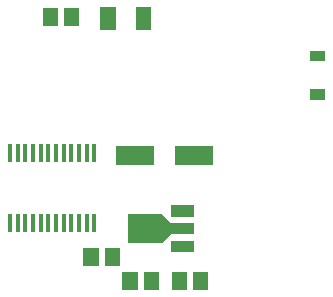
<source format=gbr>
G04 start of page 10 for group -4015 idx -4015 *
G04 Title: (unknown), toppaste *
G04 Creator: pcb 20140316 *
G04 CreationDate: Tue 10 May 2016 09:21:36 AM GMT UTC *
G04 For: ndholmes *
G04 Format: Gerber/RS-274X *
G04 PCB-Dimensions (mil): 2220.00 1040.00 *
G04 PCB-Coordinate-Origin: lower left *
%MOIN*%
%FSLAX25Y25*%
%LNTOPPASTE*%
%ADD82R,0.0130X0.0130*%
%ADD81C,0.0001*%
%ADD80R,0.0945X0.0945*%
%ADD79R,0.0378X0.0378*%
%ADD78R,0.0630X0.0630*%
%ADD77R,0.0360X0.0360*%
%ADD76R,0.0512X0.0512*%
G54D76*X124405Y98181D02*Y95819D01*
X112595Y98181D02*Y95819D01*
G54D77*X181900Y71600D02*X183100D01*
X181900Y84500D02*X183100D01*
G54D78*X118508Y51500D02*X124807D01*
X138193D02*X144492D01*
G54D79*X135395Y21094D02*X139489D01*
X127679Y27000D02*X139489D01*
G54D80*X124055D02*X125945D01*
G54D81*G36*
X129250Y23695D02*X132090Y26535D01*
X133510Y25115D01*
X130670Y22275D01*
X129250Y23695D01*
G37*
G36*
X130670Y31725D02*X133510Y28885D01*
X132090Y27465D01*
X129250Y30305D01*
X130670Y31725D01*
G37*
G54D79*X135395Y32906D02*X139489D01*
G54D76*X93457Y97893D02*Y97107D01*
X100543Y97893D02*Y97107D01*
G54D82*X108074Y54417D02*Y49811D01*
X105515Y54417D02*Y49811D01*
X102956Y54417D02*Y49811D01*
X100397Y54417D02*Y49811D01*
X97838Y54417D02*Y49811D01*
X95279Y54417D02*Y49811D01*
X92721Y54417D02*Y49811D01*
X90162Y54417D02*Y49811D01*
X87603Y54417D02*Y49811D01*
X85044Y54417D02*Y49811D01*
X82485Y54417D02*Y49811D01*
X79926Y54417D02*Y49811D01*
Y31189D02*Y26583D01*
X82485Y31189D02*Y26583D01*
X85044Y31189D02*Y26583D01*
X87603Y31189D02*Y26583D01*
X90162Y31189D02*Y26583D01*
X92721Y31189D02*Y26583D01*
X95279Y31189D02*Y26583D01*
X97838Y31189D02*Y26583D01*
X100397Y31189D02*Y26583D01*
X102956Y31189D02*Y26583D01*
X105515Y31189D02*Y26583D01*
X108074Y31189D02*Y26583D01*
G54D76*X106957Y17893D02*Y17107D01*
X114043Y17893D02*Y17107D01*
X127043Y9893D02*Y9107D01*
X119957Y9893D02*Y9107D01*
X143543Y9893D02*Y9107D01*
X136457Y9893D02*Y9107D01*
M02*

</source>
